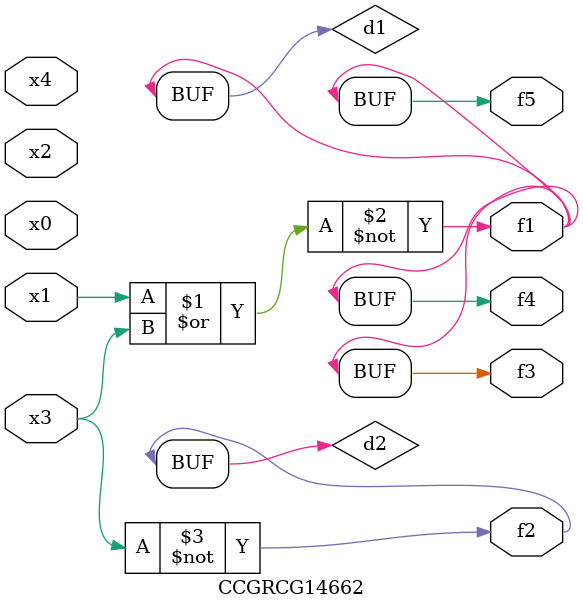
<source format=v>
module CCGRCG14662(
	input x0, x1, x2, x3, x4,
	output f1, f2, f3, f4, f5
);

	wire d1, d2;

	nor (d1, x1, x3);
	not (d2, x3);
	assign f1 = d1;
	assign f2 = d2;
	assign f3 = d1;
	assign f4 = d1;
	assign f5 = d1;
endmodule

</source>
